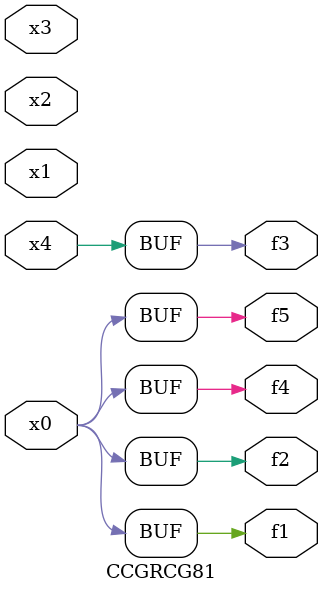
<source format=v>
module CCGRCG81(
	input x0, x1, x2, x3, x4,
	output f1, f2, f3, f4, f5
);
	assign f1 = x0;
	assign f2 = x0;
	assign f3 = x4;
	assign f4 = x0;
	assign f5 = x0;
endmodule

</source>
